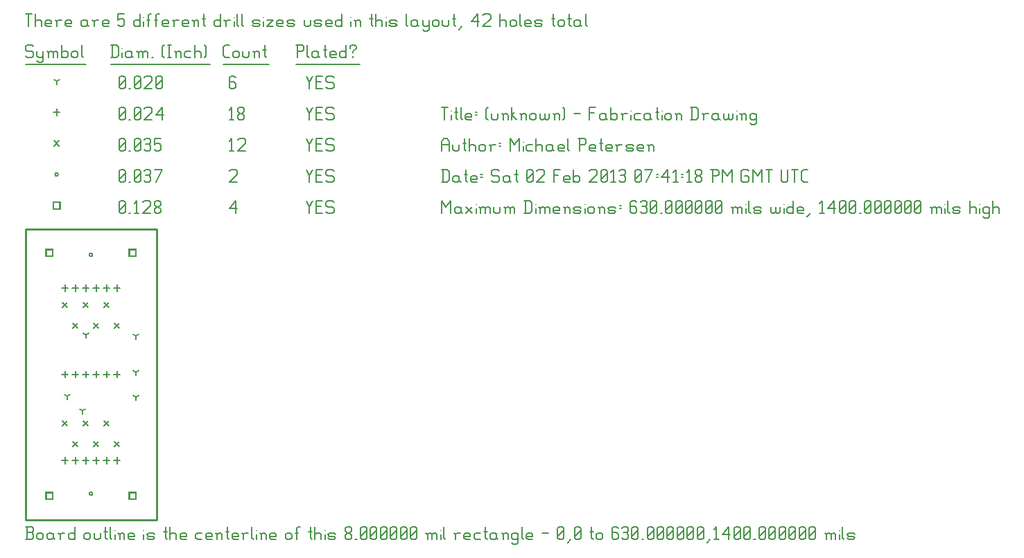
<source format=gbr>
G04 start of page 10 for group -3984 idx -3984 *
G04 Title: (unknown), fab *
G04 Creator: pcb 20110918 *
G04 CreationDate: Sat 02 Feb 2013 07:41:18 PM GMT UTC *
G04 For: petersen *
G04 Format: Gerber/RS-274X *
G04 PCB-Dimensions: 63000 140000 *
G04 PCB-Coordinate-Origin: lower left *
%MOIN*%
%FSLAX25Y25*%
%LNFAB*%
%ADD61C,0.0100*%
%ADD60C,0.0075*%
%ADD59C,0.0060*%
%ADD58R,0.0080X0.0080*%
G54D58*X49900Y130100D02*X53100D01*
X49900D02*Y126900D01*
X53100D01*
Y130100D02*Y126900D01*
X9900Y130100D02*X13100D01*
X9900D02*Y126900D01*
X13100D01*
Y130100D02*Y126900D01*
X9900Y13100D02*X13100D01*
X9900D02*Y9900D01*
X13100D01*
Y13100D02*Y9900D01*
X49900Y13100D02*X53100D01*
X49900D02*Y9900D01*
X53100D01*
Y13100D02*Y9900D01*
X13400Y152850D02*X16600D01*
X13400D02*Y149650D01*
X16600D01*
Y152850D02*Y149650D01*
G54D59*X135000Y153500D02*X136500Y150500D01*
X138000Y153500D01*
X136500Y150500D02*Y147500D01*
X139800Y150800D02*X142050D01*
X139800Y147500D02*X142800D01*
X139800Y153500D02*Y147500D01*
Y153500D02*X142800D01*
X147600D02*X148350Y152750D01*
X145350Y153500D02*X147600D01*
X144600Y152750D02*X145350Y153500D01*
X144600Y152750D02*Y151250D01*
X145350Y150500D01*
X147600D01*
X148350Y149750D01*
Y148250D01*
X147600Y147500D02*X148350Y148250D01*
X145350Y147500D02*X147600D01*
X144600Y148250D02*X145350Y147500D01*
X98000Y149750D02*X101000Y153500D01*
X98000Y149750D02*X101750D01*
X101000Y153500D02*Y147500D01*
X45000Y148250D02*X45750Y147500D01*
X45000Y152750D02*Y148250D01*
Y152750D02*X45750Y153500D01*
X47250D01*
X48000Y152750D01*
Y148250D01*
X47250Y147500D02*X48000Y148250D01*
X45750Y147500D02*X47250D01*
X45000Y149000D02*X48000Y152000D01*
X49800Y147500D02*X50550D01*
X52350Y152300D02*X53550Y153500D01*
Y147500D01*
X52350D02*X54600D01*
X56400Y152750D02*X57150Y153500D01*
X59400D01*
X60150Y152750D01*
Y151250D01*
X56400Y147500D02*X60150Y151250D01*
X56400Y147500D02*X60150D01*
X61950Y148250D02*X62700Y147500D01*
X61950Y149450D02*Y148250D01*
Y149450D02*X63000Y150500D01*
X63900D01*
X64950Y149450D01*
Y148250D01*
X64200Y147500D02*X64950Y148250D01*
X62700Y147500D02*X64200D01*
X61950Y151550D02*X63000Y150500D01*
X61950Y152750D02*Y151550D01*
Y152750D02*X62700Y153500D01*
X64200D01*
X64950Y152750D01*
Y151550D01*
X63900Y150500D02*X64950Y151550D01*
X30700Y127500D02*G75*G03X32300Y127500I800J0D01*G01*
G75*G03X30700Y127500I-800J0D01*G01*
Y12500D02*G75*G03X32300Y12500I800J0D01*G01*
G75*G03X30700Y12500I-800J0D01*G01*
X14200Y166250D02*G75*G03X15800Y166250I800J0D01*G01*
G75*G03X14200Y166250I-800J0D01*G01*
X135000Y168500D02*X136500Y165500D01*
X138000Y168500D01*
X136500Y165500D02*Y162500D01*
X139800Y165800D02*X142050D01*
X139800Y162500D02*X142800D01*
X139800Y168500D02*Y162500D01*
Y168500D02*X142800D01*
X147600D02*X148350Y167750D01*
X145350Y168500D02*X147600D01*
X144600Y167750D02*X145350Y168500D01*
X144600Y167750D02*Y166250D01*
X145350Y165500D01*
X147600D01*
X148350Y164750D01*
Y163250D01*
X147600Y162500D02*X148350Y163250D01*
X145350Y162500D02*X147600D01*
X144600Y163250D02*X145350Y162500D01*
X98000Y167750D02*X98750Y168500D01*
X101000D01*
X101750Y167750D01*
Y166250D01*
X98000Y162500D02*X101750Y166250D01*
X98000Y162500D02*X101750D01*
X45000Y163250D02*X45750Y162500D01*
X45000Y167750D02*Y163250D01*
Y167750D02*X45750Y168500D01*
X47250D01*
X48000Y167750D01*
Y163250D01*
X47250Y162500D02*X48000Y163250D01*
X45750Y162500D02*X47250D01*
X45000Y164000D02*X48000Y167000D01*
X49800Y162500D02*X50550D01*
X52350Y163250D02*X53100Y162500D01*
X52350Y167750D02*Y163250D01*
Y167750D02*X53100Y168500D01*
X54600D01*
X55350Y167750D01*
Y163250D01*
X54600Y162500D02*X55350Y163250D01*
X53100Y162500D02*X54600D01*
X52350Y164000D02*X55350Y167000D01*
X57150Y167750D02*X57900Y168500D01*
X59400D01*
X60150Y167750D01*
X59400Y162500D02*X60150Y163250D01*
X57900Y162500D02*X59400D01*
X57150Y163250D02*X57900Y162500D01*
Y165800D02*X59400D01*
X60150Y167750D02*Y166550D01*
Y165050D02*Y163250D01*
Y165050D02*X59400Y165800D01*
X60150Y166550D02*X59400Y165800D01*
X62700Y162500D02*X65700Y168500D01*
X61950D02*X65700D01*
X42800Y94700D02*X45200Y92300D01*
X42800D02*X45200Y94700D01*
X37800Y104700D02*X40200Y102300D01*
X37800D02*X40200Y104700D01*
X32800Y94700D02*X35200Y92300D01*
X32800D02*X35200Y94700D01*
X27800Y104700D02*X30200Y102300D01*
X27800D02*X30200Y104700D01*
X22800Y94700D02*X25200Y92300D01*
X22800D02*X25200Y94700D01*
X17800Y104700D02*X20200Y102300D01*
X17800D02*X20200Y104700D01*
X17800Y47700D02*X20200Y45300D01*
X17800D02*X20200Y47700D01*
X22800Y37700D02*X25200Y35300D01*
X22800D02*X25200Y37700D01*
X27800Y47700D02*X30200Y45300D01*
X27800D02*X30200Y47700D01*
X32800Y37700D02*X35200Y35300D01*
X32800D02*X35200Y37700D01*
X37800Y47700D02*X40200Y45300D01*
X37800D02*X40200Y47700D01*
X42800Y37700D02*X45200Y35300D01*
X42800D02*X45200Y37700D01*
X13800Y182450D02*X16200Y180050D01*
X13800D02*X16200Y182450D01*
X135000Y183500D02*X136500Y180500D01*
X138000Y183500D01*
X136500Y180500D02*Y177500D01*
X139800Y180800D02*X142050D01*
X139800Y177500D02*X142800D01*
X139800Y183500D02*Y177500D01*
Y183500D02*X142800D01*
X147600D02*X148350Y182750D01*
X145350Y183500D02*X147600D01*
X144600Y182750D02*X145350Y183500D01*
X144600Y182750D02*Y181250D01*
X145350Y180500D01*
X147600D01*
X148350Y179750D01*
Y178250D01*
X147600Y177500D02*X148350Y178250D01*
X145350Y177500D02*X147600D01*
X144600Y178250D02*X145350Y177500D01*
X98000Y182300D02*X99200Y183500D01*
Y177500D01*
X98000D02*X100250D01*
X102050Y182750D02*X102800Y183500D01*
X105050D01*
X105800Y182750D01*
Y181250D01*
X102050Y177500D02*X105800Y181250D01*
X102050Y177500D02*X105800D01*
X45000Y178250D02*X45750Y177500D01*
X45000Y182750D02*Y178250D01*
Y182750D02*X45750Y183500D01*
X47250D01*
X48000Y182750D01*
Y178250D01*
X47250Y177500D02*X48000Y178250D01*
X45750Y177500D02*X47250D01*
X45000Y179000D02*X48000Y182000D01*
X49800Y177500D02*X50550D01*
X52350Y178250D02*X53100Y177500D01*
X52350Y182750D02*Y178250D01*
Y182750D02*X53100Y183500D01*
X54600D01*
X55350Y182750D01*
Y178250D01*
X54600Y177500D02*X55350Y178250D01*
X53100Y177500D02*X54600D01*
X52350Y179000D02*X55350Y182000D01*
X57150Y182750D02*X57900Y183500D01*
X59400D01*
X60150Y182750D01*
X59400Y177500D02*X60150Y178250D01*
X57900Y177500D02*X59400D01*
X57150Y178250D02*X57900Y177500D01*
Y180800D02*X59400D01*
X60150Y182750D02*Y181550D01*
Y180050D02*Y178250D01*
Y180050D02*X59400Y180800D01*
X60150Y181550D02*X59400Y180800D01*
X61950Y183500D02*X64950D01*
X61950D02*Y180500D01*
X62700Y181250D01*
X64200D01*
X64950Y180500D01*
Y178250D01*
X64200Y177500D02*X64950Y178250D01*
X62700Y177500D02*X64200D01*
X61950Y178250D02*X62700Y177500D01*
X44000Y113100D02*Y109900D01*
X42400Y111500D02*X45600D01*
X39000Y113100D02*Y109900D01*
X37400Y111500D02*X40600D01*
X34000Y113100D02*Y109900D01*
X32400Y111500D02*X35600D01*
X29000Y113100D02*Y109900D01*
X27400Y111500D02*X30600D01*
X24000Y113100D02*Y109900D01*
X22400Y111500D02*X25600D01*
X19000Y113100D02*Y109900D01*
X17400Y111500D02*X20600D01*
X44000Y71600D02*Y68400D01*
X42400Y70000D02*X45600D01*
X39000Y71600D02*Y68400D01*
X37400Y70000D02*X40600D01*
X34000Y71600D02*Y68400D01*
X32400Y70000D02*X35600D01*
X29000Y71600D02*Y68400D01*
X27400Y70000D02*X30600D01*
X24000Y71600D02*Y68400D01*
X22400Y70000D02*X25600D01*
X19000Y71600D02*Y68400D01*
X17400Y70000D02*X20600D01*
X19000Y30100D02*Y26900D01*
X17400Y28500D02*X20600D01*
X24000Y30100D02*Y26900D01*
X22400Y28500D02*X25600D01*
X29000Y30100D02*Y26900D01*
X27400Y28500D02*X30600D01*
X34000Y30100D02*Y26900D01*
X32400Y28500D02*X35600D01*
X39000Y30100D02*Y26900D01*
X37400Y28500D02*X40600D01*
X44000Y30100D02*Y26900D01*
X42400Y28500D02*X45600D01*
X15000Y197850D02*Y194650D01*
X13400Y196250D02*X16600D01*
X135000Y198500D02*X136500Y195500D01*
X138000Y198500D01*
X136500Y195500D02*Y192500D01*
X139800Y195800D02*X142050D01*
X139800Y192500D02*X142800D01*
X139800Y198500D02*Y192500D01*
Y198500D02*X142800D01*
X147600D02*X148350Y197750D01*
X145350Y198500D02*X147600D01*
X144600Y197750D02*X145350Y198500D01*
X144600Y197750D02*Y196250D01*
X145350Y195500D01*
X147600D01*
X148350Y194750D01*
Y193250D01*
X147600Y192500D02*X148350Y193250D01*
X145350Y192500D02*X147600D01*
X144600Y193250D02*X145350Y192500D01*
X98000Y197300D02*X99200Y198500D01*
Y192500D01*
X98000D02*X100250D01*
X102050Y193250D02*X102800Y192500D01*
X102050Y194450D02*Y193250D01*
Y194450D02*X103100Y195500D01*
X104000D01*
X105050Y194450D01*
Y193250D01*
X104300Y192500D02*X105050Y193250D01*
X102800Y192500D02*X104300D01*
X102050Y196550D02*X103100Y195500D01*
X102050Y197750D02*Y196550D01*
Y197750D02*X102800Y198500D01*
X104300D01*
X105050Y197750D01*
Y196550D01*
X104000Y195500D02*X105050Y196550D01*
X45000Y193250D02*X45750Y192500D01*
X45000Y197750D02*Y193250D01*
Y197750D02*X45750Y198500D01*
X47250D01*
X48000Y197750D01*
Y193250D01*
X47250Y192500D02*X48000Y193250D01*
X45750Y192500D02*X47250D01*
X45000Y194000D02*X48000Y197000D01*
X49800Y192500D02*X50550D01*
X52350Y193250D02*X53100Y192500D01*
X52350Y197750D02*Y193250D01*
Y197750D02*X53100Y198500D01*
X54600D01*
X55350Y197750D01*
Y193250D01*
X54600Y192500D02*X55350Y193250D01*
X53100Y192500D02*X54600D01*
X52350Y194000D02*X55350Y197000D01*
X57150Y197750D02*X57900Y198500D01*
X60150D01*
X60900Y197750D01*
Y196250D01*
X57150Y192500D02*X60900Y196250D01*
X57150Y192500D02*X60900D01*
X62700Y194750D02*X65700Y198500D01*
X62700Y194750D02*X66450D01*
X65700Y198500D02*Y192500D01*
X20000Y59500D02*Y57900D01*
Y59500D02*X21387Y60300D01*
X20000Y59500D02*X18613Y60300D01*
X29000Y89000D02*Y87400D01*
Y89000D02*X30387Y89800D01*
X29000Y89000D02*X27613Y89800D01*
X53000Y88500D02*Y86900D01*
Y88500D02*X54387Y89300D01*
X53000Y88500D02*X51613Y89300D01*
X53000Y71000D02*Y69400D01*
Y71000D02*X54387Y71800D01*
X53000Y71000D02*X51613Y71800D01*
X53000Y59000D02*Y57400D01*
Y59000D02*X54387Y59800D01*
X53000Y59000D02*X51613Y59800D01*
X27500Y52500D02*Y50900D01*
Y52500D02*X28887Y53300D01*
X27500Y52500D02*X26113Y53300D01*
X15000Y211250D02*Y209650D01*
Y211250D02*X16387Y212050D01*
X15000Y211250D02*X13613Y212050D01*
X135000Y213500D02*X136500Y210500D01*
X138000Y213500D01*
X136500Y210500D02*Y207500D01*
X139800Y210800D02*X142050D01*
X139800Y207500D02*X142800D01*
X139800Y213500D02*Y207500D01*
Y213500D02*X142800D01*
X147600D02*X148350Y212750D01*
X145350Y213500D02*X147600D01*
X144600Y212750D02*X145350Y213500D01*
X144600Y212750D02*Y211250D01*
X145350Y210500D01*
X147600D01*
X148350Y209750D01*
Y208250D01*
X147600Y207500D02*X148350Y208250D01*
X145350Y207500D02*X147600D01*
X144600Y208250D02*X145350Y207500D01*
X100250Y213500D02*X101000Y212750D01*
X98750Y213500D02*X100250D01*
X98000Y212750D02*X98750Y213500D01*
X98000Y212750D02*Y208250D01*
X98750Y207500D01*
X100250Y210800D02*X101000Y210050D01*
X98000Y210800D02*X100250D01*
X98750Y207500D02*X100250D01*
X101000Y208250D01*
Y210050D02*Y208250D01*
X45000D02*X45750Y207500D01*
X45000Y212750D02*Y208250D01*
Y212750D02*X45750Y213500D01*
X47250D01*
X48000Y212750D01*
Y208250D01*
X47250Y207500D02*X48000Y208250D01*
X45750Y207500D02*X47250D01*
X45000Y209000D02*X48000Y212000D01*
X49800Y207500D02*X50550D01*
X52350Y208250D02*X53100Y207500D01*
X52350Y212750D02*Y208250D01*
Y212750D02*X53100Y213500D01*
X54600D01*
X55350Y212750D01*
Y208250D01*
X54600Y207500D02*X55350Y208250D01*
X53100Y207500D02*X54600D01*
X52350Y209000D02*X55350Y212000D01*
X57150Y212750D02*X57900Y213500D01*
X60150D01*
X60900Y212750D01*
Y211250D01*
X57150Y207500D02*X60900Y211250D01*
X57150Y207500D02*X60900D01*
X62700Y208250D02*X63450Y207500D01*
X62700Y212750D02*Y208250D01*
Y212750D02*X63450Y213500D01*
X64950D01*
X65700Y212750D01*
Y208250D01*
X64950Y207500D02*X65700Y208250D01*
X63450Y207500D02*X64950D01*
X62700Y209000D02*X65700Y212000D01*
X3000Y228500D02*X3750Y227750D01*
X750Y228500D02*X3000D01*
X0Y227750D02*X750Y228500D01*
X0Y227750D02*Y226250D01*
X750Y225500D01*
X3000D01*
X3750Y224750D01*
Y223250D01*
X3000Y222500D02*X3750Y223250D01*
X750Y222500D02*X3000D01*
X0Y223250D02*X750Y222500D01*
X5550Y225500D02*Y223250D01*
X6300Y222500D01*
X8550Y225500D02*Y221000D01*
X7800Y220250D02*X8550Y221000D01*
X6300Y220250D02*X7800D01*
X5550Y221000D02*X6300Y220250D01*
Y222500D02*X7800D01*
X8550Y223250D01*
X11100Y224750D02*Y222500D01*
Y224750D02*X11850Y225500D01*
X12600D01*
X13350Y224750D01*
Y222500D01*
Y224750D02*X14100Y225500D01*
X14850D01*
X15600Y224750D01*
Y222500D01*
X10350Y225500D02*X11100Y224750D01*
X17400Y228500D02*Y222500D01*
Y223250D02*X18150Y222500D01*
X19650D01*
X20400Y223250D01*
Y224750D02*Y223250D01*
X19650Y225500D02*X20400Y224750D01*
X18150Y225500D02*X19650D01*
X17400Y224750D02*X18150Y225500D01*
X22200Y224750D02*Y223250D01*
Y224750D02*X22950Y225500D01*
X24450D01*
X25200Y224750D01*
Y223250D01*
X24450Y222500D02*X25200Y223250D01*
X22950Y222500D02*X24450D01*
X22200Y223250D02*X22950Y222500D01*
X27000Y228500D02*Y223250D01*
X27750Y222500D01*
X0Y219250D02*X29250D01*
X41750Y228500D02*Y222500D01*
X43700Y228500D02*X44750Y227450D01*
Y223550D01*
X43700Y222500D02*X44750Y223550D01*
X41000Y222500D02*X43700D01*
X41000Y228500D02*X43700D01*
G54D60*X46550Y227000D02*Y226850D01*
G54D59*Y224750D02*Y222500D01*
X50300Y225500D02*X51050Y224750D01*
X48800Y225500D02*X50300D01*
X48050Y224750D02*X48800Y225500D01*
X48050Y224750D02*Y223250D01*
X48800Y222500D01*
X51050Y225500D02*Y223250D01*
X51800Y222500D01*
X48800D02*X50300D01*
X51050Y223250D01*
X54350Y224750D02*Y222500D01*
Y224750D02*X55100Y225500D01*
X55850D01*
X56600Y224750D01*
Y222500D01*
Y224750D02*X57350Y225500D01*
X58100D01*
X58850Y224750D01*
Y222500D01*
X53600Y225500D02*X54350Y224750D01*
X60650Y222500D02*X61400D01*
X65900Y223250D02*X66650Y222500D01*
X65900Y227750D02*X66650Y228500D01*
X65900Y227750D02*Y223250D01*
X68450Y228500D02*X69950D01*
X69200D02*Y222500D01*
X68450D02*X69950D01*
X72500Y224750D02*Y222500D01*
Y224750D02*X73250Y225500D01*
X74000D01*
X74750Y224750D01*
Y222500D01*
X71750Y225500D02*X72500Y224750D01*
X77300Y225500D02*X79550D01*
X76550Y224750D02*X77300Y225500D01*
X76550Y224750D02*Y223250D01*
X77300Y222500D01*
X79550D01*
X81350Y228500D02*Y222500D01*
Y224750D02*X82100Y225500D01*
X83600D01*
X84350Y224750D01*
Y222500D01*
X86150Y228500D02*X86900Y227750D01*
Y223250D01*
X86150Y222500D02*X86900Y223250D01*
X41000Y219250D02*X88700D01*
X96050Y222500D02*X98000D01*
X95000Y223550D02*X96050Y222500D01*
X95000Y227450D02*Y223550D01*
Y227450D02*X96050Y228500D01*
X98000D01*
X99800Y224750D02*Y223250D01*
Y224750D02*X100550Y225500D01*
X102050D01*
X102800Y224750D01*
Y223250D01*
X102050Y222500D02*X102800Y223250D01*
X100550Y222500D02*X102050D01*
X99800Y223250D02*X100550Y222500D01*
X104600Y225500D02*Y223250D01*
X105350Y222500D01*
X106850D01*
X107600Y223250D01*
Y225500D02*Y223250D01*
X110150Y224750D02*Y222500D01*
Y224750D02*X110900Y225500D01*
X111650D01*
X112400Y224750D01*
Y222500D01*
X109400Y225500D02*X110150Y224750D01*
X114950Y228500D02*Y223250D01*
X115700Y222500D01*
X114200Y226250D02*X115700D01*
X95000Y219250D02*X117200D01*
X130750Y228500D02*Y222500D01*
X130000Y228500D02*X133000D01*
X133750Y227750D01*
Y226250D01*
X133000Y225500D02*X133750Y226250D01*
X130750Y225500D02*X133000D01*
X135550Y228500D02*Y223250D01*
X136300Y222500D01*
X140050Y225500D02*X140800Y224750D01*
X138550Y225500D02*X140050D01*
X137800Y224750D02*X138550Y225500D01*
X137800Y224750D02*Y223250D01*
X138550Y222500D01*
X140800Y225500D02*Y223250D01*
X141550Y222500D01*
X138550D02*X140050D01*
X140800Y223250D01*
X144100Y228500D02*Y223250D01*
X144850Y222500D01*
X143350Y226250D02*X144850D01*
X147100Y222500D02*X149350D01*
X146350Y223250D02*X147100Y222500D01*
X146350Y224750D02*Y223250D01*
Y224750D02*X147100Y225500D01*
X148600D01*
X149350Y224750D01*
X146350Y224000D02*X149350D01*
Y224750D02*Y224000D01*
X154150Y228500D02*Y222500D01*
X153400D02*X154150Y223250D01*
X151900Y222500D02*X153400D01*
X151150Y223250D02*X151900Y222500D01*
X151150Y224750D02*Y223250D01*
Y224750D02*X151900Y225500D01*
X153400D01*
X154150Y224750D01*
X157450Y225500D02*Y224750D01*
Y223250D02*Y222500D01*
X155950Y227750D02*Y227000D01*
Y227750D02*X156700Y228500D01*
X158200D01*
X158950Y227750D01*
Y227000D01*
X157450Y225500D02*X158950Y227000D01*
X130000Y219250D02*X160750D01*
X0Y243500D02*X3000D01*
X1500D02*Y237500D01*
X4800Y243500D02*Y237500D01*
Y239750D02*X5550Y240500D01*
X7050D01*
X7800Y239750D01*
Y237500D01*
X10350D02*X12600D01*
X9600Y238250D02*X10350Y237500D01*
X9600Y239750D02*Y238250D01*
Y239750D02*X10350Y240500D01*
X11850D01*
X12600Y239750D01*
X9600Y239000D02*X12600D01*
Y239750D02*Y239000D01*
X15150Y239750D02*Y237500D01*
Y239750D02*X15900Y240500D01*
X17400D01*
X14400D02*X15150Y239750D01*
X19950Y237500D02*X22200D01*
X19200Y238250D02*X19950Y237500D01*
X19200Y239750D02*Y238250D01*
Y239750D02*X19950Y240500D01*
X21450D01*
X22200Y239750D01*
X19200Y239000D02*X22200D01*
Y239750D02*Y239000D01*
X28950Y240500D02*X29700Y239750D01*
X27450Y240500D02*X28950D01*
X26700Y239750D02*X27450Y240500D01*
X26700Y239750D02*Y238250D01*
X27450Y237500D01*
X29700Y240500D02*Y238250D01*
X30450Y237500D01*
X27450D02*X28950D01*
X29700Y238250D01*
X33000Y239750D02*Y237500D01*
Y239750D02*X33750Y240500D01*
X35250D01*
X32250D02*X33000Y239750D01*
X37800Y237500D02*X40050D01*
X37050Y238250D02*X37800Y237500D01*
X37050Y239750D02*Y238250D01*
Y239750D02*X37800Y240500D01*
X39300D01*
X40050Y239750D01*
X37050Y239000D02*X40050D01*
Y239750D02*Y239000D01*
X44550Y243500D02*X47550D01*
X44550D02*Y240500D01*
X45300Y241250D01*
X46800D01*
X47550Y240500D01*
Y238250D01*
X46800Y237500D02*X47550Y238250D01*
X45300Y237500D02*X46800D01*
X44550Y238250D02*X45300Y237500D01*
X55050Y243500D02*Y237500D01*
X54300D02*X55050Y238250D01*
X52800Y237500D02*X54300D01*
X52050Y238250D02*X52800Y237500D01*
X52050Y239750D02*Y238250D01*
Y239750D02*X52800Y240500D01*
X54300D01*
X55050Y239750D01*
G54D60*X56850Y242000D02*Y241850D01*
G54D59*Y239750D02*Y237500D01*
X59100Y242750D02*Y237500D01*
Y242750D02*X59850Y243500D01*
X60600D01*
X58350Y240500D02*X59850D01*
X62850Y242750D02*Y237500D01*
Y242750D02*X63600Y243500D01*
X64350D01*
X62100Y240500D02*X63600D01*
X66600Y237500D02*X68850D01*
X65850Y238250D02*X66600Y237500D01*
X65850Y239750D02*Y238250D01*
Y239750D02*X66600Y240500D01*
X68100D01*
X68850Y239750D01*
X65850Y239000D02*X68850D01*
Y239750D02*Y239000D01*
X71400Y239750D02*Y237500D01*
Y239750D02*X72150Y240500D01*
X73650D01*
X70650D02*X71400Y239750D01*
X76200Y237500D02*X78450D01*
X75450Y238250D02*X76200Y237500D01*
X75450Y239750D02*Y238250D01*
Y239750D02*X76200Y240500D01*
X77700D01*
X78450Y239750D01*
X75450Y239000D02*X78450D01*
Y239750D02*Y239000D01*
X81000Y239750D02*Y237500D01*
Y239750D02*X81750Y240500D01*
X82500D01*
X83250Y239750D01*
Y237500D01*
X80250Y240500D02*X81000Y239750D01*
X85800Y243500D02*Y238250D01*
X86550Y237500D01*
X85050Y241250D02*X86550D01*
X93750Y243500D02*Y237500D01*
X93000D02*X93750Y238250D01*
X91500Y237500D02*X93000D01*
X90750Y238250D02*X91500Y237500D01*
X90750Y239750D02*Y238250D01*
Y239750D02*X91500Y240500D01*
X93000D01*
X93750Y239750D01*
X96300D02*Y237500D01*
Y239750D02*X97050Y240500D01*
X98550D01*
X95550D02*X96300Y239750D01*
G54D60*X100350Y242000D02*Y241850D01*
G54D59*Y239750D02*Y237500D01*
X101850Y243500D02*Y238250D01*
X102600Y237500D01*
X104100Y243500D02*Y238250D01*
X104850Y237500D01*
X109800D02*X112050D01*
X112800Y238250D01*
X112050Y239000D02*X112800Y238250D01*
X109800Y239000D02*X112050D01*
X109050Y239750D02*X109800Y239000D01*
X109050Y239750D02*X109800Y240500D01*
X112050D01*
X112800Y239750D01*
X109050Y238250D02*X109800Y237500D01*
G54D60*X114600Y242000D02*Y241850D01*
G54D59*Y239750D02*Y237500D01*
X116100Y240500D02*X119100D01*
X116100Y237500D02*X119100Y240500D01*
X116100Y237500D02*X119100D01*
X121650D02*X123900D01*
X120900Y238250D02*X121650Y237500D01*
X120900Y239750D02*Y238250D01*
Y239750D02*X121650Y240500D01*
X123150D01*
X123900Y239750D01*
X120900Y239000D02*X123900D01*
Y239750D02*Y239000D01*
X126450Y237500D02*X128700D01*
X129450Y238250D01*
X128700Y239000D02*X129450Y238250D01*
X126450Y239000D02*X128700D01*
X125700Y239750D02*X126450Y239000D01*
X125700Y239750D02*X126450Y240500D01*
X128700D01*
X129450Y239750D01*
X125700Y238250D02*X126450Y237500D01*
X133950Y240500D02*Y238250D01*
X134700Y237500D01*
X136200D01*
X136950Y238250D01*
Y240500D02*Y238250D01*
X139500Y237500D02*X141750D01*
X142500Y238250D01*
X141750Y239000D02*X142500Y238250D01*
X139500Y239000D02*X141750D01*
X138750Y239750D02*X139500Y239000D01*
X138750Y239750D02*X139500Y240500D01*
X141750D01*
X142500Y239750D01*
X138750Y238250D02*X139500Y237500D01*
X145050D02*X147300D01*
X144300Y238250D02*X145050Y237500D01*
X144300Y239750D02*Y238250D01*
Y239750D02*X145050Y240500D01*
X146550D01*
X147300Y239750D01*
X144300Y239000D02*X147300D01*
Y239750D02*Y239000D01*
X152100Y243500D02*Y237500D01*
X151350D02*X152100Y238250D01*
X149850Y237500D02*X151350D01*
X149100Y238250D02*X149850Y237500D01*
X149100Y239750D02*Y238250D01*
Y239750D02*X149850Y240500D01*
X151350D01*
X152100Y239750D01*
G54D60*X156600Y242000D02*Y241850D01*
G54D59*Y239750D02*Y237500D01*
X158850Y239750D02*Y237500D01*
Y239750D02*X159600Y240500D01*
X160350D01*
X161100Y239750D01*
Y237500D01*
X158100Y240500D02*X158850Y239750D01*
X166350Y243500D02*Y238250D01*
X167100Y237500D01*
X165600Y241250D02*X167100D01*
X168600Y243500D02*Y237500D01*
Y239750D02*X169350Y240500D01*
X170850D01*
X171600Y239750D01*
Y237500D01*
G54D60*X173400Y242000D02*Y241850D01*
G54D59*Y239750D02*Y237500D01*
X175650D02*X177900D01*
X178650Y238250D01*
X177900Y239000D02*X178650Y238250D01*
X175650Y239000D02*X177900D01*
X174900Y239750D02*X175650Y239000D01*
X174900Y239750D02*X175650Y240500D01*
X177900D01*
X178650Y239750D01*
X174900Y238250D02*X175650Y237500D01*
X183150Y243500D02*Y238250D01*
X183900Y237500D01*
X187650Y240500D02*X188400Y239750D01*
X186150Y240500D02*X187650D01*
X185400Y239750D02*X186150Y240500D01*
X185400Y239750D02*Y238250D01*
X186150Y237500D01*
X188400Y240500D02*Y238250D01*
X189150Y237500D01*
X186150D02*X187650D01*
X188400Y238250D01*
X190950Y240500D02*Y238250D01*
X191700Y237500D01*
X193950Y240500D02*Y236000D01*
X193200Y235250D02*X193950Y236000D01*
X191700Y235250D02*X193200D01*
X190950Y236000D02*X191700Y235250D01*
Y237500D02*X193200D01*
X193950Y238250D01*
X195750Y239750D02*Y238250D01*
Y239750D02*X196500Y240500D01*
X198000D01*
X198750Y239750D01*
Y238250D01*
X198000Y237500D02*X198750Y238250D01*
X196500Y237500D02*X198000D01*
X195750Y238250D02*X196500Y237500D01*
X200550Y240500D02*Y238250D01*
X201300Y237500D01*
X202800D01*
X203550Y238250D01*
Y240500D02*Y238250D01*
X206100Y243500D02*Y238250D01*
X206850Y237500D01*
X205350Y241250D02*X206850D01*
X208350Y236000D02*X209850Y237500D01*
X214350Y239750D02*X217350Y243500D01*
X214350Y239750D02*X218100D01*
X217350Y243500D02*Y237500D01*
X219900Y242750D02*X220650Y243500D01*
X222900D01*
X223650Y242750D01*
Y241250D01*
X219900Y237500D02*X223650Y241250D01*
X219900Y237500D02*X223650D01*
X228150Y243500D02*Y237500D01*
Y239750D02*X228900Y240500D01*
X230400D01*
X231150Y239750D01*
Y237500D01*
X232950Y239750D02*Y238250D01*
Y239750D02*X233700Y240500D01*
X235200D01*
X235950Y239750D01*
Y238250D01*
X235200Y237500D02*X235950Y238250D01*
X233700Y237500D02*X235200D01*
X232950Y238250D02*X233700Y237500D01*
X237750Y243500D02*Y238250D01*
X238500Y237500D01*
X240750D02*X243000D01*
X240000Y238250D02*X240750Y237500D01*
X240000Y239750D02*Y238250D01*
Y239750D02*X240750Y240500D01*
X242250D01*
X243000Y239750D01*
X240000Y239000D02*X243000D01*
Y239750D02*Y239000D01*
X245550Y237500D02*X247800D01*
X248550Y238250D01*
X247800Y239000D02*X248550Y238250D01*
X245550Y239000D02*X247800D01*
X244800Y239750D02*X245550Y239000D01*
X244800Y239750D02*X245550Y240500D01*
X247800D01*
X248550Y239750D01*
X244800Y238250D02*X245550Y237500D01*
X253800Y243500D02*Y238250D01*
X254550Y237500D01*
X253050Y241250D02*X254550D01*
X256050Y239750D02*Y238250D01*
Y239750D02*X256800Y240500D01*
X258300D01*
X259050Y239750D01*
Y238250D01*
X258300Y237500D02*X259050Y238250D01*
X256800Y237500D02*X258300D01*
X256050Y238250D02*X256800Y237500D01*
X261600Y243500D02*Y238250D01*
X262350Y237500D01*
X260850Y241250D02*X262350D01*
X266100Y240500D02*X266850Y239750D01*
X264600Y240500D02*X266100D01*
X263850Y239750D02*X264600Y240500D01*
X263850Y239750D02*Y238250D01*
X264600Y237500D01*
X266850Y240500D02*Y238250D01*
X267600Y237500D01*
X264600D02*X266100D01*
X266850Y238250D01*
X269400Y243500D02*Y238250D01*
X270150Y237500D01*
G54D61*X0Y140000D02*X63000D01*
X0D02*Y0D01*
X63000Y140000D02*Y0D01*
X0D02*X63000D01*
G54D59*X200000Y153500D02*Y147500D01*
Y153500D02*X202250Y150500D01*
X204500Y153500D01*
Y147500D01*
X208550Y150500D02*X209300Y149750D01*
X207050Y150500D02*X208550D01*
X206300Y149750D02*X207050Y150500D01*
X206300Y149750D02*Y148250D01*
X207050Y147500D01*
X209300Y150500D02*Y148250D01*
X210050Y147500D01*
X207050D02*X208550D01*
X209300Y148250D01*
X211850Y150500D02*X214850Y147500D01*
X211850D02*X214850Y150500D01*
G54D60*X216650Y152000D02*Y151850D01*
G54D59*Y149750D02*Y147500D01*
X218900Y149750D02*Y147500D01*
Y149750D02*X219650Y150500D01*
X220400D01*
X221150Y149750D01*
Y147500D01*
Y149750D02*X221900Y150500D01*
X222650D01*
X223400Y149750D01*
Y147500D01*
X218150Y150500D02*X218900Y149750D01*
X225200Y150500D02*Y148250D01*
X225950Y147500D01*
X227450D01*
X228200Y148250D01*
Y150500D02*Y148250D01*
X230750Y149750D02*Y147500D01*
Y149750D02*X231500Y150500D01*
X232250D01*
X233000Y149750D01*
Y147500D01*
Y149750D02*X233750Y150500D01*
X234500D01*
X235250Y149750D01*
Y147500D01*
X230000Y150500D02*X230750Y149750D01*
X240500Y153500D02*Y147500D01*
X242450Y153500D02*X243500Y152450D01*
Y148550D01*
X242450Y147500D02*X243500Y148550D01*
X239750Y147500D02*X242450D01*
X239750Y153500D02*X242450D01*
G54D60*X245300Y152000D02*Y151850D01*
G54D59*Y149750D02*Y147500D01*
X247550Y149750D02*Y147500D01*
Y149750D02*X248300Y150500D01*
X249050D01*
X249800Y149750D01*
Y147500D01*
Y149750D02*X250550Y150500D01*
X251300D01*
X252050Y149750D01*
Y147500D01*
X246800Y150500D02*X247550Y149750D01*
X254600Y147500D02*X256850D01*
X253850Y148250D02*X254600Y147500D01*
X253850Y149750D02*Y148250D01*
Y149750D02*X254600Y150500D01*
X256100D01*
X256850Y149750D01*
X253850Y149000D02*X256850D01*
Y149750D02*Y149000D01*
X259400Y149750D02*Y147500D01*
Y149750D02*X260150Y150500D01*
X260900D01*
X261650Y149750D01*
Y147500D01*
X258650Y150500D02*X259400Y149750D01*
X264200Y147500D02*X266450D01*
X267200Y148250D01*
X266450Y149000D02*X267200Y148250D01*
X264200Y149000D02*X266450D01*
X263450Y149750D02*X264200Y149000D01*
X263450Y149750D02*X264200Y150500D01*
X266450D01*
X267200Y149750D01*
X263450Y148250D02*X264200Y147500D01*
G54D60*X269000Y152000D02*Y151850D01*
G54D59*Y149750D02*Y147500D01*
X270500Y149750D02*Y148250D01*
Y149750D02*X271250Y150500D01*
X272750D01*
X273500Y149750D01*
Y148250D01*
X272750Y147500D02*X273500Y148250D01*
X271250Y147500D02*X272750D01*
X270500Y148250D02*X271250Y147500D01*
X276050Y149750D02*Y147500D01*
Y149750D02*X276800Y150500D01*
X277550D01*
X278300Y149750D01*
Y147500D01*
X275300Y150500D02*X276050Y149750D01*
X280850Y147500D02*X283100D01*
X283850Y148250D01*
X283100Y149000D02*X283850Y148250D01*
X280850Y149000D02*X283100D01*
X280100Y149750D02*X280850Y149000D01*
X280100Y149750D02*X280850Y150500D01*
X283100D01*
X283850Y149750D01*
X280100Y148250D02*X280850Y147500D01*
X285650Y151250D02*X286400D01*
X285650Y149750D02*X286400D01*
X293150Y153500D02*X293900Y152750D01*
X291650Y153500D02*X293150D01*
X290900Y152750D02*X291650Y153500D01*
X290900Y152750D02*Y148250D01*
X291650Y147500D01*
X293150Y150800D02*X293900Y150050D01*
X290900Y150800D02*X293150D01*
X291650Y147500D02*X293150D01*
X293900Y148250D01*
Y150050D02*Y148250D01*
X295700Y152750D02*X296450Y153500D01*
X297950D01*
X298700Y152750D01*
X297950Y147500D02*X298700Y148250D01*
X296450Y147500D02*X297950D01*
X295700Y148250D02*X296450Y147500D01*
Y150800D02*X297950D01*
X298700Y152750D02*Y151550D01*
Y150050D02*Y148250D01*
Y150050D02*X297950Y150800D01*
X298700Y151550D02*X297950Y150800D01*
X300500Y148250D02*X301250Y147500D01*
X300500Y152750D02*Y148250D01*
Y152750D02*X301250Y153500D01*
X302750D01*
X303500Y152750D01*
Y148250D01*
X302750Y147500D02*X303500Y148250D01*
X301250Y147500D02*X302750D01*
X300500Y149000D02*X303500Y152000D01*
X305300Y147500D02*X306050D01*
X307850Y148250D02*X308600Y147500D01*
X307850Y152750D02*Y148250D01*
Y152750D02*X308600Y153500D01*
X310100D01*
X310850Y152750D01*
Y148250D01*
X310100Y147500D02*X310850Y148250D01*
X308600Y147500D02*X310100D01*
X307850Y149000D02*X310850Y152000D01*
X312650Y148250D02*X313400Y147500D01*
X312650Y152750D02*Y148250D01*
Y152750D02*X313400Y153500D01*
X314900D01*
X315650Y152750D01*
Y148250D01*
X314900Y147500D02*X315650Y148250D01*
X313400Y147500D02*X314900D01*
X312650Y149000D02*X315650Y152000D01*
X317450Y148250D02*X318200Y147500D01*
X317450Y152750D02*Y148250D01*
Y152750D02*X318200Y153500D01*
X319700D01*
X320450Y152750D01*
Y148250D01*
X319700Y147500D02*X320450Y148250D01*
X318200Y147500D02*X319700D01*
X317450Y149000D02*X320450Y152000D01*
X322250Y148250D02*X323000Y147500D01*
X322250Y152750D02*Y148250D01*
Y152750D02*X323000Y153500D01*
X324500D01*
X325250Y152750D01*
Y148250D01*
X324500Y147500D02*X325250Y148250D01*
X323000Y147500D02*X324500D01*
X322250Y149000D02*X325250Y152000D01*
X327050Y148250D02*X327800Y147500D01*
X327050Y152750D02*Y148250D01*
Y152750D02*X327800Y153500D01*
X329300D01*
X330050Y152750D01*
Y148250D01*
X329300Y147500D02*X330050Y148250D01*
X327800Y147500D02*X329300D01*
X327050Y149000D02*X330050Y152000D01*
X331850Y148250D02*X332600Y147500D01*
X331850Y152750D02*Y148250D01*
Y152750D02*X332600Y153500D01*
X334100D01*
X334850Y152750D01*
Y148250D01*
X334100Y147500D02*X334850Y148250D01*
X332600Y147500D02*X334100D01*
X331850Y149000D02*X334850Y152000D01*
X340100Y149750D02*Y147500D01*
Y149750D02*X340850Y150500D01*
X341600D01*
X342350Y149750D01*
Y147500D01*
Y149750D02*X343100Y150500D01*
X343850D01*
X344600Y149750D01*
Y147500D01*
X339350Y150500D02*X340100Y149750D01*
G54D60*X346400Y152000D02*Y151850D01*
G54D59*Y149750D02*Y147500D01*
X347900Y153500D02*Y148250D01*
X348650Y147500D01*
X350900D02*X353150D01*
X353900Y148250D01*
X353150Y149000D02*X353900Y148250D01*
X350900Y149000D02*X353150D01*
X350150Y149750D02*X350900Y149000D01*
X350150Y149750D02*X350900Y150500D01*
X353150D01*
X353900Y149750D01*
X350150Y148250D02*X350900Y147500D01*
X358400Y150500D02*Y148250D01*
X359150Y147500D01*
X359900D01*
X360650Y148250D01*
Y150500D02*Y148250D01*
X361400Y147500D01*
X362150D01*
X362900Y148250D01*
Y150500D02*Y148250D01*
G54D60*X364700Y152000D02*Y151850D01*
G54D59*Y149750D02*Y147500D01*
X369200Y153500D02*Y147500D01*
X368450D02*X369200Y148250D01*
X366950Y147500D02*X368450D01*
X366200Y148250D02*X366950Y147500D01*
X366200Y149750D02*Y148250D01*
Y149750D02*X366950Y150500D01*
X368450D01*
X369200Y149750D01*
X371750Y147500D02*X374000D01*
X371000Y148250D02*X371750Y147500D01*
X371000Y149750D02*Y148250D01*
Y149750D02*X371750Y150500D01*
X373250D01*
X374000Y149750D01*
X371000Y149000D02*X374000D01*
Y149750D02*Y149000D01*
X375800Y146000D02*X377300Y147500D01*
X381800Y152300D02*X383000Y153500D01*
Y147500D01*
X381800D02*X384050D01*
X385850Y149750D02*X388850Y153500D01*
X385850Y149750D02*X389600D01*
X388850Y153500D02*Y147500D01*
X391400Y148250D02*X392150Y147500D01*
X391400Y152750D02*Y148250D01*
Y152750D02*X392150Y153500D01*
X393650D01*
X394400Y152750D01*
Y148250D01*
X393650Y147500D02*X394400Y148250D01*
X392150Y147500D02*X393650D01*
X391400Y149000D02*X394400Y152000D01*
X396200Y148250D02*X396950Y147500D01*
X396200Y152750D02*Y148250D01*
Y152750D02*X396950Y153500D01*
X398450D01*
X399200Y152750D01*
Y148250D01*
X398450Y147500D02*X399200Y148250D01*
X396950Y147500D02*X398450D01*
X396200Y149000D02*X399200Y152000D01*
X401000Y147500D02*X401750D01*
X403550Y148250D02*X404300Y147500D01*
X403550Y152750D02*Y148250D01*
Y152750D02*X404300Y153500D01*
X405800D01*
X406550Y152750D01*
Y148250D01*
X405800Y147500D02*X406550Y148250D01*
X404300Y147500D02*X405800D01*
X403550Y149000D02*X406550Y152000D01*
X408350Y148250D02*X409100Y147500D01*
X408350Y152750D02*Y148250D01*
Y152750D02*X409100Y153500D01*
X410600D01*
X411350Y152750D01*
Y148250D01*
X410600Y147500D02*X411350Y148250D01*
X409100Y147500D02*X410600D01*
X408350Y149000D02*X411350Y152000D01*
X413150Y148250D02*X413900Y147500D01*
X413150Y152750D02*Y148250D01*
Y152750D02*X413900Y153500D01*
X415400D01*
X416150Y152750D01*
Y148250D01*
X415400Y147500D02*X416150Y148250D01*
X413900Y147500D02*X415400D01*
X413150Y149000D02*X416150Y152000D01*
X417950Y148250D02*X418700Y147500D01*
X417950Y152750D02*Y148250D01*
Y152750D02*X418700Y153500D01*
X420200D01*
X420950Y152750D01*
Y148250D01*
X420200Y147500D02*X420950Y148250D01*
X418700Y147500D02*X420200D01*
X417950Y149000D02*X420950Y152000D01*
X422750Y148250D02*X423500Y147500D01*
X422750Y152750D02*Y148250D01*
Y152750D02*X423500Y153500D01*
X425000D01*
X425750Y152750D01*
Y148250D01*
X425000Y147500D02*X425750Y148250D01*
X423500Y147500D02*X425000D01*
X422750Y149000D02*X425750Y152000D01*
X427550Y148250D02*X428300Y147500D01*
X427550Y152750D02*Y148250D01*
Y152750D02*X428300Y153500D01*
X429800D01*
X430550Y152750D01*
Y148250D01*
X429800Y147500D02*X430550Y148250D01*
X428300Y147500D02*X429800D01*
X427550Y149000D02*X430550Y152000D01*
X435800Y149750D02*Y147500D01*
Y149750D02*X436550Y150500D01*
X437300D01*
X438050Y149750D01*
Y147500D01*
Y149750D02*X438800Y150500D01*
X439550D01*
X440300Y149750D01*
Y147500D01*
X435050Y150500D02*X435800Y149750D01*
G54D60*X442100Y152000D02*Y151850D01*
G54D59*Y149750D02*Y147500D01*
X443600Y153500D02*Y148250D01*
X444350Y147500D01*
X446600D02*X448850D01*
X449600Y148250D01*
X448850Y149000D02*X449600Y148250D01*
X446600Y149000D02*X448850D01*
X445850Y149750D02*X446600Y149000D01*
X445850Y149750D02*X446600Y150500D01*
X448850D01*
X449600Y149750D01*
X445850Y148250D02*X446600Y147500D01*
X454100Y153500D02*Y147500D01*
Y149750D02*X454850Y150500D01*
X456350D01*
X457100Y149750D01*
Y147500D01*
G54D60*X458900Y152000D02*Y151850D01*
G54D59*Y149750D02*Y147500D01*
X462650Y150500D02*X463400Y149750D01*
X461150Y150500D02*X462650D01*
X460400Y149750D02*X461150Y150500D01*
X460400Y149750D02*Y148250D01*
X461150Y147500D01*
X462650D01*
X463400Y148250D01*
X460400Y146000D02*X461150Y145250D01*
X462650D01*
X463400Y146000D01*
Y150500D02*Y146000D01*
X465200Y153500D02*Y147500D01*
Y149750D02*X465950Y150500D01*
X467450D01*
X468200Y149750D01*
Y147500D01*
X0Y-9500D02*X3000D01*
X3750Y-8750D01*
Y-6950D02*Y-8750D01*
X3000Y-6200D02*X3750Y-6950D01*
X750Y-6200D02*X3000D01*
X750Y-3500D02*Y-9500D01*
X0Y-3500D02*X3000D01*
X3750Y-4250D01*
Y-5450D01*
X3000Y-6200D02*X3750Y-5450D01*
X5550Y-7250D02*Y-8750D01*
Y-7250D02*X6300Y-6500D01*
X7800D01*
X8550Y-7250D01*
Y-8750D01*
X7800Y-9500D02*X8550Y-8750D01*
X6300Y-9500D02*X7800D01*
X5550Y-8750D02*X6300Y-9500D01*
X12600Y-6500D02*X13350Y-7250D01*
X11100Y-6500D02*X12600D01*
X10350Y-7250D02*X11100Y-6500D01*
X10350Y-7250D02*Y-8750D01*
X11100Y-9500D01*
X13350Y-6500D02*Y-8750D01*
X14100Y-9500D01*
X11100D02*X12600D01*
X13350Y-8750D01*
X16650Y-7250D02*Y-9500D01*
Y-7250D02*X17400Y-6500D01*
X18900D01*
X15900D02*X16650Y-7250D01*
X23700Y-3500D02*Y-9500D01*
X22950D02*X23700Y-8750D01*
X21450Y-9500D02*X22950D01*
X20700Y-8750D02*X21450Y-9500D01*
X20700Y-7250D02*Y-8750D01*
Y-7250D02*X21450Y-6500D01*
X22950D01*
X23700Y-7250D01*
X28200D02*Y-8750D01*
Y-7250D02*X28950Y-6500D01*
X30450D01*
X31200Y-7250D01*
Y-8750D01*
X30450Y-9500D02*X31200Y-8750D01*
X28950Y-9500D02*X30450D01*
X28200Y-8750D02*X28950Y-9500D01*
X33000Y-6500D02*Y-8750D01*
X33750Y-9500D01*
X35250D01*
X36000Y-8750D01*
Y-6500D02*Y-8750D01*
X38550Y-3500D02*Y-8750D01*
X39300Y-9500D01*
X37800Y-5750D02*X39300D01*
X40800Y-3500D02*Y-8750D01*
X41550Y-9500D01*
G54D60*X43050Y-5000D02*Y-5150D01*
G54D59*Y-7250D02*Y-9500D01*
X45300Y-7250D02*Y-9500D01*
Y-7250D02*X46050Y-6500D01*
X46800D01*
X47550Y-7250D01*
Y-9500D01*
X44550Y-6500D02*X45300Y-7250D01*
X50100Y-9500D02*X52350D01*
X49350Y-8750D02*X50100Y-9500D01*
X49350Y-7250D02*Y-8750D01*
Y-7250D02*X50100Y-6500D01*
X51600D01*
X52350Y-7250D01*
X49350Y-8000D02*X52350D01*
Y-7250D02*Y-8000D01*
G54D60*X56850Y-5000D02*Y-5150D01*
G54D59*Y-7250D02*Y-9500D01*
X59100D02*X61350D01*
X62100Y-8750D01*
X61350Y-8000D02*X62100Y-8750D01*
X59100Y-8000D02*X61350D01*
X58350Y-7250D02*X59100Y-8000D01*
X58350Y-7250D02*X59100Y-6500D01*
X61350D01*
X62100Y-7250D01*
X58350Y-8750D02*X59100Y-9500D01*
X67350Y-3500D02*Y-8750D01*
X68100Y-9500D01*
X66600Y-5750D02*X68100D01*
X69600Y-3500D02*Y-9500D01*
Y-7250D02*X70350Y-6500D01*
X71850D01*
X72600Y-7250D01*
Y-9500D01*
X75150D02*X77400D01*
X74400Y-8750D02*X75150Y-9500D01*
X74400Y-7250D02*Y-8750D01*
Y-7250D02*X75150Y-6500D01*
X76650D01*
X77400Y-7250D01*
X74400Y-8000D02*X77400D01*
Y-7250D02*Y-8000D01*
X82650Y-6500D02*X84900D01*
X81900Y-7250D02*X82650Y-6500D01*
X81900Y-7250D02*Y-8750D01*
X82650Y-9500D01*
X84900D01*
X87450D02*X89700D01*
X86700Y-8750D02*X87450Y-9500D01*
X86700Y-7250D02*Y-8750D01*
Y-7250D02*X87450Y-6500D01*
X88950D01*
X89700Y-7250D01*
X86700Y-8000D02*X89700D01*
Y-7250D02*Y-8000D01*
X92250Y-7250D02*Y-9500D01*
Y-7250D02*X93000Y-6500D01*
X93750D01*
X94500Y-7250D01*
Y-9500D01*
X91500Y-6500D02*X92250Y-7250D01*
X97050Y-3500D02*Y-8750D01*
X97800Y-9500D01*
X96300Y-5750D02*X97800D01*
X100050Y-9500D02*X102300D01*
X99300Y-8750D02*X100050Y-9500D01*
X99300Y-7250D02*Y-8750D01*
Y-7250D02*X100050Y-6500D01*
X101550D01*
X102300Y-7250D01*
X99300Y-8000D02*X102300D01*
Y-7250D02*Y-8000D01*
X104850Y-7250D02*Y-9500D01*
Y-7250D02*X105600Y-6500D01*
X107100D01*
X104100D02*X104850Y-7250D01*
X108900Y-3500D02*Y-8750D01*
X109650Y-9500D01*
G54D60*X111150Y-5000D02*Y-5150D01*
G54D59*Y-7250D02*Y-9500D01*
X113400Y-7250D02*Y-9500D01*
Y-7250D02*X114150Y-6500D01*
X114900D01*
X115650Y-7250D01*
Y-9500D01*
X112650Y-6500D02*X113400Y-7250D01*
X118200Y-9500D02*X120450D01*
X117450Y-8750D02*X118200Y-9500D01*
X117450Y-7250D02*Y-8750D01*
Y-7250D02*X118200Y-6500D01*
X119700D01*
X120450Y-7250D01*
X117450Y-8000D02*X120450D01*
Y-7250D02*Y-8000D01*
X124950Y-7250D02*Y-8750D01*
Y-7250D02*X125700Y-6500D01*
X127200D01*
X127950Y-7250D01*
Y-8750D01*
X127200Y-9500D02*X127950Y-8750D01*
X125700Y-9500D02*X127200D01*
X124950Y-8750D02*X125700Y-9500D01*
X130500Y-4250D02*Y-9500D01*
Y-4250D02*X131250Y-3500D01*
X132000D01*
X129750Y-6500D02*X131250D01*
X136950Y-3500D02*Y-8750D01*
X137700Y-9500D01*
X136200Y-5750D02*X137700D01*
X139200Y-3500D02*Y-9500D01*
Y-7250D02*X139950Y-6500D01*
X141450D01*
X142200Y-7250D01*
Y-9500D01*
G54D60*X144000Y-5000D02*Y-5150D01*
G54D59*Y-7250D02*Y-9500D01*
X146250D02*X148500D01*
X149250Y-8750D01*
X148500Y-8000D02*X149250Y-8750D01*
X146250Y-8000D02*X148500D01*
X145500Y-7250D02*X146250Y-8000D01*
X145500Y-7250D02*X146250Y-6500D01*
X148500D01*
X149250Y-7250D01*
X145500Y-8750D02*X146250Y-9500D01*
X153750Y-8750D02*X154500Y-9500D01*
X153750Y-7550D02*Y-8750D01*
Y-7550D02*X154800Y-6500D01*
X155700D01*
X156750Y-7550D01*
Y-8750D01*
X156000Y-9500D02*X156750Y-8750D01*
X154500Y-9500D02*X156000D01*
X153750Y-5450D02*X154800Y-6500D01*
X153750Y-4250D02*Y-5450D01*
Y-4250D02*X154500Y-3500D01*
X156000D01*
X156750Y-4250D01*
Y-5450D01*
X155700Y-6500D02*X156750Y-5450D01*
X158550Y-9500D02*X159300D01*
X161100Y-8750D02*X161850Y-9500D01*
X161100Y-4250D02*Y-8750D01*
Y-4250D02*X161850Y-3500D01*
X163350D01*
X164100Y-4250D01*
Y-8750D01*
X163350Y-9500D02*X164100Y-8750D01*
X161850Y-9500D02*X163350D01*
X161100Y-8000D02*X164100Y-5000D01*
X165900Y-8750D02*X166650Y-9500D01*
X165900Y-4250D02*Y-8750D01*
Y-4250D02*X166650Y-3500D01*
X168150D01*
X168900Y-4250D01*
Y-8750D01*
X168150Y-9500D02*X168900Y-8750D01*
X166650Y-9500D02*X168150D01*
X165900Y-8000D02*X168900Y-5000D01*
X170700Y-8750D02*X171450Y-9500D01*
X170700Y-4250D02*Y-8750D01*
Y-4250D02*X171450Y-3500D01*
X172950D01*
X173700Y-4250D01*
Y-8750D01*
X172950Y-9500D02*X173700Y-8750D01*
X171450Y-9500D02*X172950D01*
X170700Y-8000D02*X173700Y-5000D01*
X175500Y-8750D02*X176250Y-9500D01*
X175500Y-4250D02*Y-8750D01*
Y-4250D02*X176250Y-3500D01*
X177750D01*
X178500Y-4250D01*
Y-8750D01*
X177750Y-9500D02*X178500Y-8750D01*
X176250Y-9500D02*X177750D01*
X175500Y-8000D02*X178500Y-5000D01*
X180300Y-8750D02*X181050Y-9500D01*
X180300Y-4250D02*Y-8750D01*
Y-4250D02*X181050Y-3500D01*
X182550D01*
X183300Y-4250D01*
Y-8750D01*
X182550Y-9500D02*X183300Y-8750D01*
X181050Y-9500D02*X182550D01*
X180300Y-8000D02*X183300Y-5000D01*
X185100Y-8750D02*X185850Y-9500D01*
X185100Y-4250D02*Y-8750D01*
Y-4250D02*X185850Y-3500D01*
X187350D01*
X188100Y-4250D01*
Y-8750D01*
X187350Y-9500D02*X188100Y-8750D01*
X185850Y-9500D02*X187350D01*
X185100Y-8000D02*X188100Y-5000D01*
X193350Y-7250D02*Y-9500D01*
Y-7250D02*X194100Y-6500D01*
X194850D01*
X195600Y-7250D01*
Y-9500D01*
Y-7250D02*X196350Y-6500D01*
X197100D01*
X197850Y-7250D01*
Y-9500D01*
X192600Y-6500D02*X193350Y-7250D01*
G54D60*X199650Y-5000D02*Y-5150D01*
G54D59*Y-7250D02*Y-9500D01*
X201150Y-3500D02*Y-8750D01*
X201900Y-9500D01*
X206850Y-7250D02*Y-9500D01*
Y-7250D02*X207600Y-6500D01*
X209100D01*
X206100D02*X206850Y-7250D01*
X211650Y-9500D02*X213900D01*
X210900Y-8750D02*X211650Y-9500D01*
X210900Y-7250D02*Y-8750D01*
Y-7250D02*X211650Y-6500D01*
X213150D01*
X213900Y-7250D01*
X210900Y-8000D02*X213900D01*
Y-7250D02*Y-8000D01*
X216450Y-6500D02*X218700D01*
X215700Y-7250D02*X216450Y-6500D01*
X215700Y-7250D02*Y-8750D01*
X216450Y-9500D01*
X218700D01*
X221250Y-3500D02*Y-8750D01*
X222000Y-9500D01*
X220500Y-5750D02*X222000D01*
X225750Y-6500D02*X226500Y-7250D01*
X224250Y-6500D02*X225750D01*
X223500Y-7250D02*X224250Y-6500D01*
X223500Y-7250D02*Y-8750D01*
X224250Y-9500D01*
X226500Y-6500D02*Y-8750D01*
X227250Y-9500D01*
X224250D02*X225750D01*
X226500Y-8750D01*
X229800Y-7250D02*Y-9500D01*
Y-7250D02*X230550Y-6500D01*
X231300D01*
X232050Y-7250D01*
Y-9500D01*
X229050Y-6500D02*X229800Y-7250D01*
X236100Y-6500D02*X236850Y-7250D01*
X234600Y-6500D02*X236100D01*
X233850Y-7250D02*X234600Y-6500D01*
X233850Y-7250D02*Y-8750D01*
X234600Y-9500D01*
X236100D01*
X236850Y-8750D01*
X233850Y-11000D02*X234600Y-11750D01*
X236100D01*
X236850Y-11000D01*
Y-6500D02*Y-11000D01*
X238650Y-3500D02*Y-8750D01*
X239400Y-9500D01*
X241650D02*X243900D01*
X240900Y-8750D02*X241650Y-9500D01*
X240900Y-7250D02*Y-8750D01*
Y-7250D02*X241650Y-6500D01*
X243150D01*
X243900Y-7250D01*
X240900Y-8000D02*X243900D01*
Y-7250D02*Y-8000D01*
X248400Y-6500D02*X251400D01*
X255900Y-8750D02*X256650Y-9500D01*
X255900Y-4250D02*Y-8750D01*
Y-4250D02*X256650Y-3500D01*
X258150D01*
X258900Y-4250D01*
Y-8750D01*
X258150Y-9500D02*X258900Y-8750D01*
X256650Y-9500D02*X258150D01*
X255900Y-8000D02*X258900Y-5000D01*
X260700Y-11000D02*X262200Y-9500D01*
X264000Y-8750D02*X264750Y-9500D01*
X264000Y-4250D02*Y-8750D01*
Y-4250D02*X264750Y-3500D01*
X266250D01*
X267000Y-4250D01*
Y-8750D01*
X266250Y-9500D02*X267000Y-8750D01*
X264750Y-9500D02*X266250D01*
X264000Y-8000D02*X267000Y-5000D01*
X272250Y-3500D02*Y-8750D01*
X273000Y-9500D01*
X271500Y-5750D02*X273000D01*
X274500Y-7250D02*Y-8750D01*
Y-7250D02*X275250Y-6500D01*
X276750D01*
X277500Y-7250D01*
Y-8750D01*
X276750Y-9500D02*X277500Y-8750D01*
X275250Y-9500D02*X276750D01*
X274500Y-8750D02*X275250Y-9500D01*
X284250Y-3500D02*X285000Y-4250D01*
X282750Y-3500D02*X284250D01*
X282000Y-4250D02*X282750Y-3500D01*
X282000Y-4250D02*Y-8750D01*
X282750Y-9500D01*
X284250Y-6200D02*X285000Y-6950D01*
X282000Y-6200D02*X284250D01*
X282750Y-9500D02*X284250D01*
X285000Y-8750D01*
Y-6950D02*Y-8750D01*
X286800Y-4250D02*X287550Y-3500D01*
X289050D01*
X289800Y-4250D01*
X289050Y-9500D02*X289800Y-8750D01*
X287550Y-9500D02*X289050D01*
X286800Y-8750D02*X287550Y-9500D01*
Y-6200D02*X289050D01*
X289800Y-4250D02*Y-5450D01*
Y-6950D02*Y-8750D01*
Y-6950D02*X289050Y-6200D01*
X289800Y-5450D02*X289050Y-6200D01*
X291600Y-8750D02*X292350Y-9500D01*
X291600Y-4250D02*Y-8750D01*
Y-4250D02*X292350Y-3500D01*
X293850D01*
X294600Y-4250D01*
Y-8750D01*
X293850Y-9500D02*X294600Y-8750D01*
X292350Y-9500D02*X293850D01*
X291600Y-8000D02*X294600Y-5000D01*
X296400Y-9500D02*X297150D01*
X298950Y-8750D02*X299700Y-9500D01*
X298950Y-4250D02*Y-8750D01*
Y-4250D02*X299700Y-3500D01*
X301200D01*
X301950Y-4250D01*
Y-8750D01*
X301200Y-9500D02*X301950Y-8750D01*
X299700Y-9500D02*X301200D01*
X298950Y-8000D02*X301950Y-5000D01*
X303750Y-8750D02*X304500Y-9500D01*
X303750Y-4250D02*Y-8750D01*
Y-4250D02*X304500Y-3500D01*
X306000D01*
X306750Y-4250D01*
Y-8750D01*
X306000Y-9500D02*X306750Y-8750D01*
X304500Y-9500D02*X306000D01*
X303750Y-8000D02*X306750Y-5000D01*
X308550Y-8750D02*X309300Y-9500D01*
X308550Y-4250D02*Y-8750D01*
Y-4250D02*X309300Y-3500D01*
X310800D01*
X311550Y-4250D01*
Y-8750D01*
X310800Y-9500D02*X311550Y-8750D01*
X309300Y-9500D02*X310800D01*
X308550Y-8000D02*X311550Y-5000D01*
X313350Y-8750D02*X314100Y-9500D01*
X313350Y-4250D02*Y-8750D01*
Y-4250D02*X314100Y-3500D01*
X315600D01*
X316350Y-4250D01*
Y-8750D01*
X315600Y-9500D02*X316350Y-8750D01*
X314100Y-9500D02*X315600D01*
X313350Y-8000D02*X316350Y-5000D01*
X318150Y-8750D02*X318900Y-9500D01*
X318150Y-4250D02*Y-8750D01*
Y-4250D02*X318900Y-3500D01*
X320400D01*
X321150Y-4250D01*
Y-8750D01*
X320400Y-9500D02*X321150Y-8750D01*
X318900Y-9500D02*X320400D01*
X318150Y-8000D02*X321150Y-5000D01*
X322950Y-8750D02*X323700Y-9500D01*
X322950Y-4250D02*Y-8750D01*
Y-4250D02*X323700Y-3500D01*
X325200D01*
X325950Y-4250D01*
Y-8750D01*
X325200Y-9500D02*X325950Y-8750D01*
X323700Y-9500D02*X325200D01*
X322950Y-8000D02*X325950Y-5000D01*
X327750Y-11000D02*X329250Y-9500D01*
X331050Y-4700D02*X332250Y-3500D01*
Y-9500D01*
X331050D02*X333300D01*
X335100Y-7250D02*X338100Y-3500D01*
X335100Y-7250D02*X338850D01*
X338100Y-3500D02*Y-9500D01*
X340650Y-8750D02*X341400Y-9500D01*
X340650Y-4250D02*Y-8750D01*
Y-4250D02*X341400Y-3500D01*
X342900D01*
X343650Y-4250D01*
Y-8750D01*
X342900Y-9500D02*X343650Y-8750D01*
X341400Y-9500D02*X342900D01*
X340650Y-8000D02*X343650Y-5000D01*
X345450Y-8750D02*X346200Y-9500D01*
X345450Y-4250D02*Y-8750D01*
Y-4250D02*X346200Y-3500D01*
X347700D01*
X348450Y-4250D01*
Y-8750D01*
X347700Y-9500D02*X348450Y-8750D01*
X346200Y-9500D02*X347700D01*
X345450Y-8000D02*X348450Y-5000D01*
X350250Y-9500D02*X351000D01*
X352800Y-8750D02*X353550Y-9500D01*
X352800Y-4250D02*Y-8750D01*
Y-4250D02*X353550Y-3500D01*
X355050D01*
X355800Y-4250D01*
Y-8750D01*
X355050Y-9500D02*X355800Y-8750D01*
X353550Y-9500D02*X355050D01*
X352800Y-8000D02*X355800Y-5000D01*
X357600Y-8750D02*X358350Y-9500D01*
X357600Y-4250D02*Y-8750D01*
Y-4250D02*X358350Y-3500D01*
X359850D01*
X360600Y-4250D01*
Y-8750D01*
X359850Y-9500D02*X360600Y-8750D01*
X358350Y-9500D02*X359850D01*
X357600Y-8000D02*X360600Y-5000D01*
X362400Y-8750D02*X363150Y-9500D01*
X362400Y-4250D02*Y-8750D01*
Y-4250D02*X363150Y-3500D01*
X364650D01*
X365400Y-4250D01*
Y-8750D01*
X364650Y-9500D02*X365400Y-8750D01*
X363150Y-9500D02*X364650D01*
X362400Y-8000D02*X365400Y-5000D01*
X367200Y-8750D02*X367950Y-9500D01*
X367200Y-4250D02*Y-8750D01*
Y-4250D02*X367950Y-3500D01*
X369450D01*
X370200Y-4250D01*
Y-8750D01*
X369450Y-9500D02*X370200Y-8750D01*
X367950Y-9500D02*X369450D01*
X367200Y-8000D02*X370200Y-5000D01*
X372000Y-8750D02*X372750Y-9500D01*
X372000Y-4250D02*Y-8750D01*
Y-4250D02*X372750Y-3500D01*
X374250D01*
X375000Y-4250D01*
Y-8750D01*
X374250Y-9500D02*X375000Y-8750D01*
X372750Y-9500D02*X374250D01*
X372000Y-8000D02*X375000Y-5000D01*
X376800Y-8750D02*X377550Y-9500D01*
X376800Y-4250D02*Y-8750D01*
Y-4250D02*X377550Y-3500D01*
X379050D01*
X379800Y-4250D01*
Y-8750D01*
X379050Y-9500D02*X379800Y-8750D01*
X377550Y-9500D02*X379050D01*
X376800Y-8000D02*X379800Y-5000D01*
X385050Y-7250D02*Y-9500D01*
Y-7250D02*X385800Y-6500D01*
X386550D01*
X387300Y-7250D01*
Y-9500D01*
Y-7250D02*X388050Y-6500D01*
X388800D01*
X389550Y-7250D01*
Y-9500D01*
X384300Y-6500D02*X385050Y-7250D01*
G54D60*X391350Y-5000D02*Y-5150D01*
G54D59*Y-7250D02*Y-9500D01*
X392850Y-3500D02*Y-8750D01*
X393600Y-9500D01*
X395850D02*X398100D01*
X398850Y-8750D01*
X398100Y-8000D02*X398850Y-8750D01*
X395850Y-8000D02*X398100D01*
X395100Y-7250D02*X395850Y-8000D01*
X395100Y-7250D02*X395850Y-6500D01*
X398100D01*
X398850Y-7250D01*
X395100Y-8750D02*X395850Y-9500D01*
X200750Y168500D02*Y162500D01*
X202700Y168500D02*X203750Y167450D01*
Y163550D01*
X202700Y162500D02*X203750Y163550D01*
X200000Y162500D02*X202700D01*
X200000Y168500D02*X202700D01*
X207800Y165500D02*X208550Y164750D01*
X206300Y165500D02*X207800D01*
X205550Y164750D02*X206300Y165500D01*
X205550Y164750D02*Y163250D01*
X206300Y162500D01*
X208550Y165500D02*Y163250D01*
X209300Y162500D01*
X206300D02*X207800D01*
X208550Y163250D01*
X211850Y168500D02*Y163250D01*
X212600Y162500D01*
X211100Y166250D02*X212600D01*
X214850Y162500D02*X217100D01*
X214100Y163250D02*X214850Y162500D01*
X214100Y164750D02*Y163250D01*
Y164750D02*X214850Y165500D01*
X216350D01*
X217100Y164750D01*
X214100Y164000D02*X217100D01*
Y164750D02*Y164000D01*
X218900Y166250D02*X219650D01*
X218900Y164750D02*X219650D01*
X227150Y168500D02*X227900Y167750D01*
X224900Y168500D02*X227150D01*
X224150Y167750D02*X224900Y168500D01*
X224150Y167750D02*Y166250D01*
X224900Y165500D01*
X227150D01*
X227900Y164750D01*
Y163250D01*
X227150Y162500D02*X227900Y163250D01*
X224900Y162500D02*X227150D01*
X224150Y163250D02*X224900Y162500D01*
X231950Y165500D02*X232700Y164750D01*
X230450Y165500D02*X231950D01*
X229700Y164750D02*X230450Y165500D01*
X229700Y164750D02*Y163250D01*
X230450Y162500D01*
X232700Y165500D02*Y163250D01*
X233450Y162500D01*
X230450D02*X231950D01*
X232700Y163250D01*
X236000Y168500D02*Y163250D01*
X236750Y162500D01*
X235250Y166250D02*X236750D01*
X240950Y163250D02*X241700Y162500D01*
X240950Y167750D02*Y163250D01*
Y167750D02*X241700Y168500D01*
X243200D01*
X243950Y167750D01*
Y163250D01*
X243200Y162500D02*X243950Y163250D01*
X241700Y162500D02*X243200D01*
X240950Y164000D02*X243950Y167000D01*
X245750Y167750D02*X246500Y168500D01*
X248750D01*
X249500Y167750D01*
Y166250D01*
X245750Y162500D02*X249500Y166250D01*
X245750Y162500D02*X249500D01*
X254000Y168500D02*Y162500D01*
Y168500D02*X257000D01*
X254000Y165800D02*X256250D01*
X259550Y162500D02*X261800D01*
X258800Y163250D02*X259550Y162500D01*
X258800Y164750D02*Y163250D01*
Y164750D02*X259550Y165500D01*
X261050D01*
X261800Y164750D01*
X258800Y164000D02*X261800D01*
Y164750D02*Y164000D01*
X263600Y168500D02*Y162500D01*
Y163250D02*X264350Y162500D01*
X265850D01*
X266600Y163250D01*
Y164750D02*Y163250D01*
X265850Y165500D02*X266600Y164750D01*
X264350Y165500D02*X265850D01*
X263600Y164750D02*X264350Y165500D01*
X271100Y167750D02*X271850Y168500D01*
X274100D01*
X274850Y167750D01*
Y166250D01*
X271100Y162500D02*X274850Y166250D01*
X271100Y162500D02*X274850D01*
X276650Y163250D02*X277400Y162500D01*
X276650Y167750D02*Y163250D01*
Y167750D02*X277400Y168500D01*
X278900D01*
X279650Y167750D01*
Y163250D01*
X278900Y162500D02*X279650Y163250D01*
X277400Y162500D02*X278900D01*
X276650Y164000D02*X279650Y167000D01*
X281450Y167300D02*X282650Y168500D01*
Y162500D01*
X281450D02*X283700D01*
X285500Y167750D02*X286250Y168500D01*
X287750D01*
X288500Y167750D01*
X287750Y162500D02*X288500Y163250D01*
X286250Y162500D02*X287750D01*
X285500Y163250D02*X286250Y162500D01*
Y165800D02*X287750D01*
X288500Y167750D02*Y166550D01*
Y165050D02*Y163250D01*
Y165050D02*X287750Y165800D01*
X288500Y166550D02*X287750Y165800D01*
X293000Y163250D02*X293750Y162500D01*
X293000Y167750D02*Y163250D01*
Y167750D02*X293750Y168500D01*
X295250D01*
X296000Y167750D01*
Y163250D01*
X295250Y162500D02*X296000Y163250D01*
X293750Y162500D02*X295250D01*
X293000Y164000D02*X296000Y167000D01*
X298550Y162500D02*X301550Y168500D01*
X297800D02*X301550D01*
X303350Y166250D02*X304100D01*
X303350Y164750D02*X304100D01*
X305900D02*X308900Y168500D01*
X305900Y164750D02*X309650D01*
X308900Y168500D02*Y162500D01*
X311450Y167300D02*X312650Y168500D01*
Y162500D01*
X311450D02*X313700D01*
X315500Y166250D02*X316250D01*
X315500Y164750D02*X316250D01*
X318050Y167300D02*X319250Y168500D01*
Y162500D01*
X318050D02*X320300D01*
X322100Y163250D02*X322850Y162500D01*
X322100Y164450D02*Y163250D01*
Y164450D02*X323150Y165500D01*
X324050D01*
X325100Y164450D01*
Y163250D01*
X324350Y162500D02*X325100Y163250D01*
X322850Y162500D02*X324350D01*
X322100Y166550D02*X323150Y165500D01*
X322100Y167750D02*Y166550D01*
Y167750D02*X322850Y168500D01*
X324350D01*
X325100Y167750D01*
Y166550D01*
X324050Y165500D02*X325100Y166550D01*
X330350Y168500D02*Y162500D01*
X329600Y168500D02*X332600D01*
X333350Y167750D01*
Y166250D01*
X332600Y165500D02*X333350Y166250D01*
X330350Y165500D02*X332600D01*
X335150Y168500D02*Y162500D01*
Y168500D02*X337400Y165500D01*
X339650Y168500D01*
Y162500D01*
X347150Y168500D02*X347900Y167750D01*
X344900Y168500D02*X347150D01*
X344150Y167750D02*X344900Y168500D01*
X344150Y167750D02*Y163250D01*
X344900Y162500D01*
X347150D01*
X347900Y163250D01*
Y164750D02*Y163250D01*
X347150Y165500D02*X347900Y164750D01*
X345650Y165500D02*X347150D01*
X349700Y168500D02*Y162500D01*
Y168500D02*X351950Y165500D01*
X354200Y168500D01*
Y162500D01*
X356000Y168500D02*X359000D01*
X357500D02*Y162500D01*
X363500Y168500D02*Y163250D01*
X364250Y162500D01*
X365750D01*
X366500Y163250D01*
Y168500D02*Y163250D01*
X368300Y168500D02*X371300D01*
X369800D02*Y162500D01*
X374150D02*X376100D01*
X373100Y163550D02*X374150Y162500D01*
X373100Y167450D02*Y163550D01*
Y167450D02*X374150Y168500D01*
X376100D01*
X200000Y182000D02*Y177500D01*
Y182000D02*X201050Y183500D01*
X202700D01*
X203750Y182000D01*
Y177500D01*
X200000Y180500D02*X203750D01*
X205550D02*Y178250D01*
X206300Y177500D01*
X207800D01*
X208550Y178250D01*
Y180500D02*Y178250D01*
X211100Y183500D02*Y178250D01*
X211850Y177500D01*
X210350Y181250D02*X211850D01*
X213350Y183500D02*Y177500D01*
Y179750D02*X214100Y180500D01*
X215600D01*
X216350Y179750D01*
Y177500D01*
X218150Y179750D02*Y178250D01*
Y179750D02*X218900Y180500D01*
X220400D01*
X221150Y179750D01*
Y178250D01*
X220400Y177500D02*X221150Y178250D01*
X218900Y177500D02*X220400D01*
X218150Y178250D02*X218900Y177500D01*
X223700Y179750D02*Y177500D01*
Y179750D02*X224450Y180500D01*
X225950D01*
X222950D02*X223700Y179750D01*
X227750Y181250D02*X228500D01*
X227750Y179750D02*X228500D01*
X233000Y183500D02*Y177500D01*
Y183500D02*X235250Y180500D01*
X237500Y183500D01*
Y177500D01*
G54D60*X239300Y182000D02*Y181850D01*
G54D59*Y179750D02*Y177500D01*
X241550Y180500D02*X243800D01*
X240800Y179750D02*X241550Y180500D01*
X240800Y179750D02*Y178250D01*
X241550Y177500D01*
X243800D01*
X245600Y183500D02*Y177500D01*
Y179750D02*X246350Y180500D01*
X247850D01*
X248600Y179750D01*
Y177500D01*
X252650Y180500D02*X253400Y179750D01*
X251150Y180500D02*X252650D01*
X250400Y179750D02*X251150Y180500D01*
X250400Y179750D02*Y178250D01*
X251150Y177500D01*
X253400Y180500D02*Y178250D01*
X254150Y177500D01*
X251150D02*X252650D01*
X253400Y178250D01*
X256700Y177500D02*X258950D01*
X255950Y178250D02*X256700Y177500D01*
X255950Y179750D02*Y178250D01*
Y179750D02*X256700Y180500D01*
X258200D01*
X258950Y179750D01*
X255950Y179000D02*X258950D01*
Y179750D02*Y179000D01*
X260750Y183500D02*Y178250D01*
X261500Y177500D01*
X266450Y183500D02*Y177500D01*
X265700Y183500D02*X268700D01*
X269450Y182750D01*
Y181250D01*
X268700Y180500D02*X269450Y181250D01*
X266450Y180500D02*X268700D01*
X272000Y177500D02*X274250D01*
X271250Y178250D02*X272000Y177500D01*
X271250Y179750D02*Y178250D01*
Y179750D02*X272000Y180500D01*
X273500D01*
X274250Y179750D01*
X271250Y179000D02*X274250D01*
Y179750D02*Y179000D01*
X276800Y183500D02*Y178250D01*
X277550Y177500D01*
X276050Y181250D02*X277550D01*
X279800Y177500D02*X282050D01*
X279050Y178250D02*X279800Y177500D01*
X279050Y179750D02*Y178250D01*
Y179750D02*X279800Y180500D01*
X281300D01*
X282050Y179750D01*
X279050Y179000D02*X282050D01*
Y179750D02*Y179000D01*
X284600Y179750D02*Y177500D01*
Y179750D02*X285350Y180500D01*
X286850D01*
X283850D02*X284600Y179750D01*
X289400Y177500D02*X291650D01*
X292400Y178250D01*
X291650Y179000D02*X292400Y178250D01*
X289400Y179000D02*X291650D01*
X288650Y179750D02*X289400Y179000D01*
X288650Y179750D02*X289400Y180500D01*
X291650D01*
X292400Y179750D01*
X288650Y178250D02*X289400Y177500D01*
X294950D02*X297200D01*
X294200Y178250D02*X294950Y177500D01*
X294200Y179750D02*Y178250D01*
Y179750D02*X294950Y180500D01*
X296450D01*
X297200Y179750D01*
X294200Y179000D02*X297200D01*
Y179750D02*Y179000D01*
X299750Y179750D02*Y177500D01*
Y179750D02*X300500Y180500D01*
X301250D01*
X302000Y179750D01*
Y177500D01*
X299000Y180500D02*X299750Y179750D01*
X200000Y198500D02*X203000D01*
X201500D02*Y192500D01*
G54D60*X204800Y197000D02*Y196850D01*
G54D59*Y194750D02*Y192500D01*
X207050Y198500D02*Y193250D01*
X207800Y192500D01*
X206300Y196250D02*X207800D01*
X209300Y198500D02*Y193250D01*
X210050Y192500D01*
X212300D02*X214550D01*
X211550Y193250D02*X212300Y192500D01*
X211550Y194750D02*Y193250D01*
Y194750D02*X212300Y195500D01*
X213800D01*
X214550Y194750D01*
X211550Y194000D02*X214550D01*
Y194750D02*Y194000D01*
X216350Y196250D02*X217100D01*
X216350Y194750D02*X217100D01*
X221600Y193250D02*X222350Y192500D01*
X221600Y197750D02*X222350Y198500D01*
X221600Y197750D02*Y193250D01*
X224150Y195500D02*Y193250D01*
X224900Y192500D01*
X226400D01*
X227150Y193250D01*
Y195500D02*Y193250D01*
X229700Y194750D02*Y192500D01*
Y194750D02*X230450Y195500D01*
X231200D01*
X231950Y194750D01*
Y192500D01*
X228950Y195500D02*X229700Y194750D01*
X233750Y198500D02*Y192500D01*
Y194750D02*X236000Y192500D01*
X233750Y194750D02*X235250Y196250D01*
X238550Y194750D02*Y192500D01*
Y194750D02*X239300Y195500D01*
X240050D01*
X240800Y194750D01*
Y192500D01*
X237800Y195500D02*X238550Y194750D01*
X242600D02*Y193250D01*
Y194750D02*X243350Y195500D01*
X244850D01*
X245600Y194750D01*
Y193250D01*
X244850Y192500D02*X245600Y193250D01*
X243350Y192500D02*X244850D01*
X242600Y193250D02*X243350Y192500D01*
X247400Y195500D02*Y193250D01*
X248150Y192500D01*
X248900D01*
X249650Y193250D01*
Y195500D02*Y193250D01*
X250400Y192500D01*
X251150D01*
X251900Y193250D01*
Y195500D02*Y193250D01*
X254450Y194750D02*Y192500D01*
Y194750D02*X255200Y195500D01*
X255950D01*
X256700Y194750D01*
Y192500D01*
X253700Y195500D02*X254450Y194750D01*
X258500Y198500D02*X259250Y197750D01*
Y193250D01*
X258500Y192500D02*X259250Y193250D01*
X263750Y195500D02*X266750D01*
X271250Y198500D02*Y192500D01*
Y198500D02*X274250D01*
X271250Y195800D02*X273500D01*
X278300Y195500D02*X279050Y194750D01*
X276800Y195500D02*X278300D01*
X276050Y194750D02*X276800Y195500D01*
X276050Y194750D02*Y193250D01*
X276800Y192500D01*
X279050Y195500D02*Y193250D01*
X279800Y192500D01*
X276800D02*X278300D01*
X279050Y193250D01*
X281600Y198500D02*Y192500D01*
Y193250D02*X282350Y192500D01*
X283850D01*
X284600Y193250D01*
Y194750D02*Y193250D01*
X283850Y195500D02*X284600Y194750D01*
X282350Y195500D02*X283850D01*
X281600Y194750D02*X282350Y195500D01*
X287150Y194750D02*Y192500D01*
Y194750D02*X287900Y195500D01*
X289400D01*
X286400D02*X287150Y194750D01*
G54D60*X291200Y197000D02*Y196850D01*
G54D59*Y194750D02*Y192500D01*
X293450Y195500D02*X295700D01*
X292700Y194750D02*X293450Y195500D01*
X292700Y194750D02*Y193250D01*
X293450Y192500D01*
X295700D01*
X299750Y195500D02*X300500Y194750D01*
X298250Y195500D02*X299750D01*
X297500Y194750D02*X298250Y195500D01*
X297500Y194750D02*Y193250D01*
X298250Y192500D01*
X300500Y195500D02*Y193250D01*
X301250Y192500D01*
X298250D02*X299750D01*
X300500Y193250D01*
X303800Y198500D02*Y193250D01*
X304550Y192500D01*
X303050Y196250D02*X304550D01*
G54D60*X306050Y197000D02*Y196850D01*
G54D59*Y194750D02*Y192500D01*
X307550Y194750D02*Y193250D01*
Y194750D02*X308300Y195500D01*
X309800D01*
X310550Y194750D01*
Y193250D01*
X309800Y192500D02*X310550Y193250D01*
X308300Y192500D02*X309800D01*
X307550Y193250D02*X308300Y192500D01*
X313100Y194750D02*Y192500D01*
Y194750D02*X313850Y195500D01*
X314600D01*
X315350Y194750D01*
Y192500D01*
X312350Y195500D02*X313100Y194750D01*
X320600Y198500D02*Y192500D01*
X322550Y198500D02*X323600Y197450D01*
Y193550D01*
X322550Y192500D02*X323600Y193550D01*
X319850Y192500D02*X322550D01*
X319850Y198500D02*X322550D01*
X326150Y194750D02*Y192500D01*
Y194750D02*X326900Y195500D01*
X328400D01*
X325400D02*X326150Y194750D01*
X332450Y195500D02*X333200Y194750D01*
X330950Y195500D02*X332450D01*
X330200Y194750D02*X330950Y195500D01*
X330200Y194750D02*Y193250D01*
X330950Y192500D01*
X333200Y195500D02*Y193250D01*
X333950Y192500D01*
X330950D02*X332450D01*
X333200Y193250D01*
X335750Y195500D02*Y193250D01*
X336500Y192500D01*
X337250D01*
X338000Y193250D01*
Y195500D02*Y193250D01*
X338750Y192500D01*
X339500D01*
X340250Y193250D01*
Y195500D02*Y193250D01*
G54D60*X342050Y197000D02*Y196850D01*
G54D59*Y194750D02*Y192500D01*
X344300Y194750D02*Y192500D01*
Y194750D02*X345050Y195500D01*
X345800D01*
X346550Y194750D01*
Y192500D01*
X343550Y195500D02*X344300Y194750D01*
X350600Y195500D02*X351350Y194750D01*
X349100Y195500D02*X350600D01*
X348350Y194750D02*X349100Y195500D01*
X348350Y194750D02*Y193250D01*
X349100Y192500D01*
X350600D01*
X351350Y193250D01*
X348350Y191000D02*X349100Y190250D01*
X350600D01*
X351350Y191000D01*
Y195500D02*Y191000D01*
M02*

</source>
